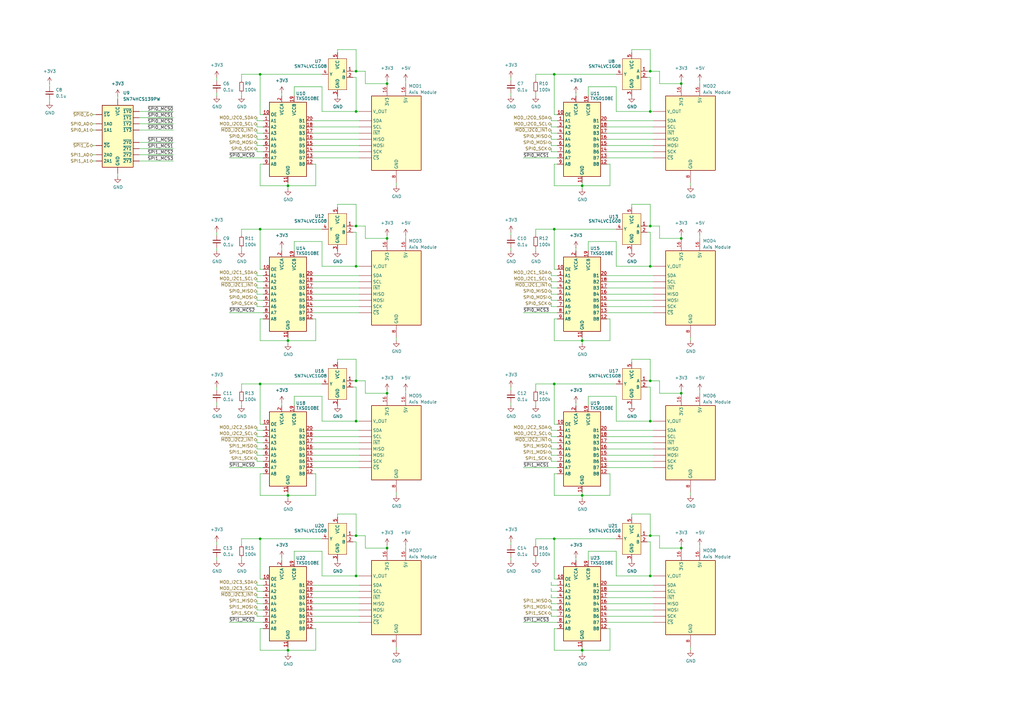
<source format=kicad_sch>
(kicad_sch (version 20231120) (generator "eeschema") (generator_version "8.0")
  (paper "A3")
  (junction (at 266.7 156.21))
  (junction (at 158.75 34.29))
  (junction (at 266.7 45.72))
  (junction (at 146.05 172.72))
  (junction (at 266.7 172.72))
  (junction (at 106.68 220.98))
  (junction (at 158.75 224.79))
  (junction (at 238.76 76.2))
  (junction (at 279.4 97.79))
  (junction (at 158.75 161.29))
  (junction (at 146.05 156.21))
  (junction (at 279.4 34.29))
  (junction (at 266.7 92.71))
  (junction (at 146.05 29.21))
  (junction (at 146.05 92.71))
  (junction (at 266.7 236.22))
  (junction (at 279.4 224.79))
  (junction (at 146.05 109.22))
  (junction (at 118.11 203.2))
  (junction (at 106.68 93.98))
  (junction (at 266.7 109.22))
  (junction (at 238.76 139.7))
  (junction (at 118.11 139.7))
  (junction (at 146.05 236.22))
  (junction (at 146.05 219.71))
  (junction (at 227.33 93.98))
  (junction (at 227.33 220.98))
  (junction (at 279.4 161.29))
  (junction (at 146.05 45.72))
  (junction (at 106.68 30.48))
  (junction (at 266.7 29.21))
  (junction (at 238.76 203.2))
  (junction (at 106.68 157.48))
  (junction (at 238.76 266.7))
  (junction (at 227.33 30.48))
  (junction (at 158.75 97.79))
  (junction (at 227.33 157.48))
  (junction (at 266.7 219.71))
  (junction (at 118.11 76.2))
  (junction (at 118.11 266.7))
  (wire (pts (xy 128.27 57.15) (xy 147.32 57.15)))
  (wire (pts (xy 129.54 130.81) (xy 129.54 139.7)))
  (wire (pts (xy 250.19 76.2) (xy 238.76 76.2)))
  (wire (pts (xy 105.41 48.26) (xy 105.41 49.53)))
  (wire (pts (xy 129.54 257.81) (xy 129.54 266.7)))
  (wire (pts (xy 266.7 83.82) (xy 266.7 92.71)))
  (wire (pts (xy 128.27 247.65) (xy 147.32 247.65)))
  (wire (pts (xy 106.68 67.31) (xy 106.68 76.2)))
  (wire (pts (xy 132.08 172.72) (xy 146.05 172.72)))
  (wire (pts (xy 128.27 52.07) (xy 147.32 52.07)))
  (wire (pts (xy 146.05 222.25) (xy 144.78 222.25)))
  (wire (pts (xy 209.55 38.1) (xy 209.55 39.37)))
  (wire (pts (xy 248.92 250.19) (xy 267.97 250.19)))
  (wire (pts (xy 226.06 250.19) (xy 228.6 250.19)))
  (wire (pts (xy 250.19 67.31) (xy 250.19 76.2)))
  (wire (pts (xy 120.65 35.56) (xy 132.08 35.56)))
  (wire (pts (xy 146.05 20.32) (xy 146.05 29.21)))
  (wire (pts (xy 209.55 31.75) (xy 209.55 33.02)))
  (wire (pts (xy 226.06 175.26) (xy 226.06 176.53)))
  (wire (pts (xy 266.7 236.22) (xy 266.7 222.25)))
  (wire (pts (xy 99.06 220.98) (xy 106.68 220.98)))
  (wire (pts (xy 120.65 162.56) (xy 132.08 162.56)))
  (wire (pts (xy 105.41 49.53) (xy 107.95 49.53)))
  (wire (pts (xy 214.63 191.77) (xy 228.6 191.77)))
  (wire (pts (xy 106.68 130.81) (xy 107.95 130.81)))
  (wire (pts (xy 226.06 116.84) (xy 226.06 118.11)))
  (wire (pts (xy 20.32 40.64) (xy 20.32 41.91)))
  (wire (pts (xy 266.7 109.22) (xy 266.7 95.25)))
  (wire (pts (xy 226.06 187.96) (xy 226.06 189.23)))
  (wire (pts (xy 106.68 194.31) (xy 107.95 194.31)))
  (wire (pts (xy 106.68 93.98) (xy 132.08 93.98)))
  (wire (pts (xy 209.55 228.6) (xy 209.55 229.87)))
  (wire (pts (xy 228.6 173.99) (xy 227.33 173.99)))
  (wire (pts (xy 105.41 57.15) (xy 107.95 57.15)))
  (wire (pts (xy 105.41 119.38) (xy 105.41 120.65)))
  (wire (pts (xy 106.68 76.2) (xy 118.11 76.2)))
  (wire (pts (xy 259.08 83.82) (xy 266.7 83.82)))
  (wire (pts (xy 105.41 243.84) (xy 105.41 245.11)))
  (wire (pts (xy 279.4 97.79) (xy 270.51 97.79)))
  (wire (pts (xy 129.54 67.31) (xy 129.54 76.2)))
  (wire (pts (xy 146.05 31.75) (xy 144.78 31.75)))
  (wire (pts (xy 162.56 74.93) (xy 162.56 76.2)))
  (wire (pts (xy 226.06 252.73) (xy 228.6 252.73)))
  (wire (pts (xy 226.06 119.38) (xy 226.06 120.65)))
  (wire (pts (xy 128.27 186.69) (xy 147.32 186.69)))
  (wire (pts (xy 248.92 189.23) (xy 267.97 189.23)))
  (wire (pts (xy 241.3 162.56) (xy 241.3 166.37)))
  (wire (pts (xy 158.75 34.29) (xy 149.86 34.29)))
  (wire (pts (xy 226.06 240.03) (xy 228.6 240.03)))
  (wire (pts (xy 106.68 46.99) (xy 106.68 30.48)))
  (wire (pts (xy 259.08 210.82) (xy 266.7 210.82)))
  (wire (pts (xy 105.41 114.3) (xy 105.41 115.57)))
  (wire (pts (xy 250.19 139.7) (xy 238.76 139.7)))
  (wire (pts (xy 132.08 45.72) (xy 146.05 45.72)))
  (wire (pts (xy 227.33 76.2) (xy 238.76 76.2)))
  (wire (pts (xy 128.27 125.73) (xy 147.32 125.73)))
  (wire (pts (xy 226.06 118.11) (xy 228.6 118.11)))
  (wire (pts (xy 144.78 92.71) (xy 146.05 92.71)))
  (wire (pts (xy 241.3 99.06) (xy 252.73 99.06)))
  (wire (pts (xy 279.4 224.79) (xy 270.51 224.79)))
  (wire (pts (xy 138.43 210.82) (xy 146.05 210.82)))
  (wire (pts (xy 248.92 123.19) (xy 267.97 123.19)))
  (wire (pts (xy 219.71 33.02) (xy 219.71 30.48)))
  (wire (pts (xy 226.06 55.88) (xy 226.06 57.15)))
  (wire (pts (xy 219.71 30.48) (xy 227.33 30.48)))
  (wire (pts (xy 227.33 237.49) (xy 227.33 220.98)))
  (wire (pts (xy 248.92 113.03) (xy 267.97 113.03)))
  (wire (pts (xy 128.27 181.61) (xy 147.32 181.61)))
  (wire (pts (xy 128.27 115.57) (xy 147.32 115.57)))
  (wire (pts (xy 226.06 182.88) (xy 226.06 184.15)))
  (wire (pts (xy 146.05 83.82) (xy 146.05 92.71)))
  (wire (pts (xy 105.41 59.69) (xy 107.95 59.69)))
  (wire (pts (xy 226.06 62.23) (xy 228.6 62.23)))
  (wire (pts (xy 158.75 224.79) (xy 149.86 224.79)))
  (wire (pts (xy 238.76 201.93) (xy 238.76 203.2)))
  (wire (pts (xy 132.08 35.56) (xy 132.08 45.72)))
  (wire (pts (xy 166.37 33.02) (xy 166.37 34.29)))
  (wire (pts (xy 115.57 165.1) (xy 115.57 166.37)))
  (wire (pts (xy 138.43 20.32) (xy 138.43 21.59)))
  (wire (pts (xy 227.33 220.98) (xy 252.73 220.98)))
  (wire (pts (xy 266.7 31.75) (xy 265.43 31.75)))
  (wire (pts (xy 105.41 62.23) (xy 107.95 62.23)))
  (wire (pts (xy 238.76 204.47) (xy 238.76 203.2)))
  (wire (pts (xy 146.05 45.72) (xy 146.05 31.75)))
  (wire (pts (xy 144.78 29.21) (xy 146.05 29.21)))
  (wire (pts (xy 248.92 191.77) (xy 267.97 191.77)))
  (wire (pts (xy 129.54 194.31) (xy 128.27 194.31)))
  (wire (pts (xy 138.43 20.32) (xy 146.05 20.32)))
  (wire (pts (xy 106.68 130.81) (xy 106.68 139.7)))
  (wire (pts (xy 132.08 226.06) (xy 132.08 236.22)))
  (wire (pts (xy 158.75 161.29) (xy 149.86 161.29)))
  (wire (pts (xy 99.06 166.37) (xy 99.06 165.1)))
  (wire (pts (xy 105.41 186.69) (xy 107.95 186.69)))
  (wire (pts (xy 265.43 156.21) (xy 266.7 156.21)))
  (wire (pts (xy 128.27 245.11) (xy 147.32 245.11)))
  (wire (pts (xy 266.7 222.25) (xy 265.43 222.25)))
  (wire (pts (xy 226.06 114.3) (xy 226.06 115.57)))
  (wire (pts (xy 227.33 130.81) (xy 227.33 139.7)))
  (wire (pts (xy 93.98 128.27) (xy 107.95 128.27)))
  (wire (pts (xy 105.41 246.38) (xy 105.41 247.65)))
  (wire (pts (xy 129.54 139.7) (xy 118.11 139.7)))
  (wire (pts (xy 259.08 210.82) (xy 259.08 212.09)))
  (wire (pts (xy 266.7 219.71) (xy 270.51 219.71)))
  (wire (pts (xy 105.41 54.61) (xy 107.95 54.61)))
  (wire (pts (xy 93.98 64.77) (xy 107.95 64.77)))
  (wire (pts (xy 118.11 77.47) (xy 118.11 76.2)))
  (wire (pts (xy 259.08 20.32) (xy 259.08 21.59)))
  (wire (pts (xy 105.41 187.96) (xy 105.41 189.23)))
  (wire (pts (xy 132.08 99.06) (xy 132.08 109.22)))
  (wire (pts (xy 226.06 49.53) (xy 228.6 49.53)))
  (wire (pts (xy 219.71 93.98) (xy 227.33 93.98)))
  (wire (pts (xy 57.15 66.04) (xy 71.12 66.04)))
  (wire (pts (xy 226.06 189.23) (xy 228.6 189.23)))
  (wire (pts (xy 266.7 158.75) (xy 265.43 158.75)))
  (wire (pts (xy 106.68 194.31) (xy 106.68 203.2)))
  (wire (pts (xy 99.06 229.87) (xy 99.06 228.6)))
  (wire (pts (xy 228.6 237.49) (xy 227.33 237.49)))
  (wire (pts (xy 219.71 166.37) (xy 219.71 165.1)))
  (wire (pts (xy 227.33 257.81) (xy 227.33 266.7)))
  (wire (pts (xy 238.76 74.93) (xy 238.76 76.2)))
  (wire (pts (xy 248.92 176.53) (xy 267.97 176.53)))
  (wire (pts (xy 105.41 179.07) (xy 107.95 179.07)))
  (wire (pts (xy 227.33 110.49) (xy 227.33 93.98)))
  (wire (pts (xy 128.27 49.53) (xy 147.32 49.53)))
  (wire (pts (xy 226.06 243.84) (xy 226.06 245.11)))
  (wire (pts (xy 226.06 247.65) (xy 228.6 247.65)))
  (wire (pts (xy 209.55 95.25) (xy 209.55 96.52)))
  (wire (pts (xy 226.06 184.15) (xy 228.6 184.15)))
  (wire (pts (xy 158.75 34.29) (xy 158.75 33.02)))
  (wire (pts (xy 105.41 240.03) (xy 107.95 240.03)))
  (wire (pts (xy 241.3 35.56) (xy 252.73 35.56)))
  (wire (pts (xy 128.27 128.27) (xy 147.32 128.27)))
  (wire (pts (xy 99.06 96.52) (xy 99.06 93.98)))
  (wire (pts (xy 248.92 118.11) (xy 267.97 118.11)))
  (wire (pts (xy 38.1 66.04) (xy 39.37 66.04)))
  (wire (pts (xy 226.06 238.76) (xy 226.06 240.03)))
  (wire (pts (xy 99.06 157.48) (xy 106.68 157.48)))
  (wire (pts (xy 129.54 257.81) (xy 128.27 257.81)))
  (wire (pts (xy 236.22 228.6) (xy 236.22 229.87)))
  (wire (pts (xy 147.32 236.22) (xy 146.05 236.22)))
  (wire (pts (xy 115.57 101.6) (xy 115.57 102.87)))
  (wire (pts (xy 128.27 62.23) (xy 147.32 62.23)))
  (wire (pts (xy 238.76 140.97) (xy 238.76 139.7)))
  (wire (pts (xy 146.05 109.22) (xy 146.05 95.25)))
  (wire (pts (xy 226.06 176.53) (xy 228.6 176.53)))
  (wire (pts (xy 118.11 267.97) (xy 118.11 266.7)))
  (wire (pts (xy 266.7 20.32) (xy 266.7 29.21)))
  (wire (pts (xy 105.41 180.34) (xy 105.41 181.61)))
  (wire (pts (xy 219.71 220.98) (xy 227.33 220.98)))
  (wire (pts (xy 226.06 179.07) (xy 228.6 179.07)))
  (wire (pts (xy 226.06 185.42) (xy 226.06 186.69)))
  (wire (pts (xy 144.78 156.21) (xy 146.05 156.21)))
  (wire (pts (xy 248.92 128.27) (xy 267.97 128.27)))
  (wire (pts (xy 105.41 247.65) (xy 107.95 247.65)))
  (wire (pts (xy 162.56 265.43) (xy 162.56 266.7)))
  (wire (pts (xy 226.06 52.07) (xy 228.6 52.07)))
  (wire (pts (xy 107.95 110.49) (xy 106.68 110.49)))
  (wire (pts (xy 128.27 59.69) (xy 147.32 59.69)))
  (wire (pts (xy 88.9 228.6) (xy 88.9 229.87)))
  (wire (pts (xy 250.19 194.31) (xy 248.92 194.31)))
  (wire (pts (xy 287.02 96.52) (xy 287.02 97.79)))
  (wire (pts (xy 227.33 266.7) (xy 238.76 266.7)))
  (wire (pts (xy 228.6 110.49) (xy 227.33 110.49)))
  (wire (pts (xy 219.71 157.48) (xy 227.33 157.48)))
  (wire (pts (xy 219.71 223.52) (xy 219.71 220.98)))
  (wire (pts (xy 57.15 53.34) (xy 71.12 53.34)))
  (wire (pts (xy 88.9 222.25) (xy 88.9 223.52)))
  (wire (pts (xy 105.41 124.46) (xy 105.41 125.73)))
  (wire (pts (xy 250.19 67.31) (xy 248.92 67.31)))
  (wire (pts (xy 105.41 185.42) (xy 105.41 186.69)))
  (wire (pts (xy 265.43 29.21) (xy 266.7 29.21)))
  (wire (pts (xy 105.41 242.57) (xy 107.95 242.57)))
  (wire (pts (xy 227.33 67.31) (xy 227.33 76.2)))
  (wire (pts (xy 149.86 97.79) (xy 149.86 92.71)))
  (wire (pts (xy 227.33 67.31) (xy 228.6 67.31)))
  (wire (pts (xy 129.54 76.2) (xy 118.11 76.2)))
  (wire (pts (xy 252.73 236.22) (xy 266.7 236.22)))
  (wire (pts (xy 226.06 241.3) (xy 226.06 242.57)))
  (wire (pts (xy 236.22 38.1) (xy 236.22 39.37)))
  (wire (pts (xy 105.41 250.19) (xy 107.95 250.19)))
  (wire (pts (xy 226.06 59.69) (xy 228.6 59.69)))
  (wire (pts (xy 248.92 240.03) (xy 267.97 240.03)))
  (wire (pts (xy 266.7 95.25) (xy 265.43 95.25)))
  (wire (pts (xy 38.1 59.69) (xy 39.37 59.69)))
  (wire (pts (xy 248.92 125.73) (xy 267.97 125.73)))
  (wire (pts (xy 129.54 266.7) (xy 118.11 266.7)))
  (wire (pts (xy 128.27 113.03) (xy 147.32 113.03)))
  (wire (pts (xy 132.08 109.22) (xy 146.05 109.22)))
  (wire (pts (xy 238.76 265.43) (xy 238.76 266.7)))
  (wire (pts (xy 252.73 35.56) (xy 252.73 45.72)))
  (wire (pts (xy 146.05 172.72) (xy 146.05 158.75)))
  (wire (pts (xy 226.06 115.57) (xy 228.6 115.57)))
  (wire (pts (xy 105.41 113.03) (xy 107.95 113.03)))
  (wire (pts (xy 138.43 210.82) (xy 138.43 212.09)))
  (wire (pts (xy 93.98 191.77) (xy 107.95 191.77)))
  (wire (pts (xy 38.1 53.34) (xy 39.37 53.34)))
  (wire (pts (xy 146.05 236.22) (xy 146.05 222.25)))
  (wire (pts (xy 99.06 30.48) (xy 106.68 30.48)))
  (wire (pts (xy 248.92 52.07) (xy 267.97 52.07)))
  (wire (pts (xy 252.73 109.22) (xy 266.7 109.22)))
  (wire (pts (xy 147.32 109.22) (xy 146.05 109.22)))
  (wire (pts (xy 252.73 99.06) (xy 252.73 109.22)))
  (wire (pts (xy 115.57 228.6) (xy 115.57 229.87)))
  (wire (pts (xy 105.41 252.73) (xy 107.95 252.73)))
  (wire (pts (xy 105.41 58.42) (xy 105.41 59.69)))
  (wire (pts (xy 149.86 161.29) (xy 149.86 156.21)))
  (wire (pts (xy 38.1 63.5) (xy 39.37 63.5)))
  (wire (pts (xy 105.41 60.96) (xy 105.41 62.23)))
  (wire (pts (xy 146.05 95.25) (xy 144.78 95.25)))
  (wire (pts (xy 106.68 157.48) (xy 132.08 157.48)))
  (wire (pts (xy 105.41 120.65) (xy 107.95 120.65)))
  (wire (pts (xy 248.92 49.53) (xy 267.97 49.53)))
  (wire (pts (xy 283.21 74.93) (xy 283.21 76.2)))
  (wire (pts (xy 128.27 255.27) (xy 147.32 255.27)))
  (wire (pts (xy 252.73 45.72) (xy 266.7 45.72)))
  (wire (pts (xy 146.05 29.21) (xy 149.86 29.21)))
  (wire (pts (xy 105.41 189.23) (xy 107.95 189.23)))
  (wire (pts (xy 105.41 125.73) (xy 107.95 125.73)))
  (wire (pts (xy 279.4 161.29) (xy 270.51 161.29)))
  (wire (pts (xy 106.68 220.98) (xy 132.08 220.98)))
  (wire (pts (xy 57.15 50.8) (xy 71.12 50.8)))
  (wire (pts (xy 227.33 157.48) (xy 252.73 157.48)))
  (wire (pts (xy 106.68 266.7) (xy 118.11 266.7)))
  (wire (pts (xy 226.06 121.92) (xy 226.06 123.19)))
  (wire (pts (xy 158.75 161.29) (xy 158.75 160.02)))
  (wire (pts (xy 158.75 97.79) (xy 149.86 97.79)))
  (wire (pts (xy 88.9 95.25) (xy 88.9 96.52)))
  (wire (pts (xy 241.3 226.06) (xy 241.3 229.87)))
  (wire (pts (xy 128.27 120.65) (xy 147.32 120.65)))
  (wire (pts (xy 227.33 93.98) (xy 252.73 93.98)))
  (wire (pts (xy 106.68 110.49) (xy 106.68 93.98)))
  (wire (pts (xy 267.97 172.72) (xy 266.7 172.72)))
  (wire (pts (xy 270.51 34.29) (xy 270.51 29.21)))
  (wire (pts (xy 162.56 138.43) (xy 162.56 139.7)))
  (wire (pts (xy 209.55 222.25) (xy 209.55 223.52)))
  (wire (pts (xy 166.37 160.02) (xy 166.37 161.29)))
  (wire (pts (xy 248.92 255.27) (xy 267.97 255.27)))
  (wire (pts (xy 38.1 50.8) (xy 39.37 50.8)))
  (wire (pts (xy 227.33 139.7) (xy 238.76 139.7)))
  (wire (pts (xy 226.06 120.65) (xy 228.6 120.65)))
  (wire (pts (xy 158.75 97.79) (xy 158.75 96.52)))
  (wire (pts (xy 226.06 111.76) (xy 226.06 113.03)))
  (wire (pts (xy 219.71 160.02) (xy 219.71 157.48)))
  (wire (pts (xy 283.21 201.93) (xy 283.21 203.2)))
  (wire (pts (xy 118.11 140.97) (xy 118.11 139.7)))
  (wire (pts (xy 118.11 138.43) (xy 118.11 139.7)))
  (wire (pts (xy 248.92 115.57) (xy 267.97 115.57)))
  (wire (pts (xy 132.08 236.22) (xy 146.05 236.22)))
  (wire (pts (xy 105.41 50.8) (xy 105.41 52.07)))
  (wire (pts (xy 106.68 257.81) (xy 107.95 257.81)))
  (wire (pts (xy 214.63 64.77) (xy 228.6 64.77)))
  (wire (pts (xy 129.54 130.81) (xy 128.27 130.81)))
  (wire (pts (xy 265.43 92.71) (xy 266.7 92.71)))
  (wire (pts (xy 93.98 255.27) (xy 107.95 255.27)))
  (wire (pts (xy 120.65 99.06) (xy 132.08 99.06)))
  (wire (pts (xy 88.9 38.1) (xy 88.9 39.37)))
  (wire (pts (xy 115.57 38.1) (xy 115.57 39.37)))
  (wire (pts (xy 88.9 31.75) (xy 88.9 33.02)))
  (wire (pts (xy 287.02 33.02) (xy 287.02 34.29)))
  (wire (pts (xy 99.06 39.37) (xy 99.06 38.1)))
  (wire (pts (xy 106.68 203.2) (xy 118.11 203.2)))
  (wire (pts (xy 99.06 160.02) (xy 99.06 157.48)))
  (wire (pts (xy 118.11 201.93) (xy 118.11 203.2)))
  (wire (pts (xy 279.4 34.29) (xy 279.4 33.02)))
  (wire (pts (xy 287.02 223.52) (xy 287.02 224.79)))
  (wire (pts (xy 129.54 203.2) (xy 118.11 203.2)))
  (wire (pts (xy 120.65 99.06) (xy 120.65 102.87)))
  (wire (pts (xy 129.54 194.31) (xy 129.54 203.2)))
  (wire (pts (xy 259.08 20.32) (xy 266.7 20.32)))
  (wire (pts (xy 105.41 52.07) (xy 107.95 52.07)))
  (wire (pts (xy 236.22 101.6) (xy 236.22 102.87)))
  (wire (pts (xy 105.41 175.26) (xy 105.41 176.53)))
  (wire (pts (xy 128.27 64.77) (xy 147.32 64.77)))
  (wire (pts (xy 270.51 224.79) (xy 270.51 219.71)))
  (wire (pts (xy 238.76 138.43) (xy 238.76 139.7)))
  (wire (pts (xy 226.06 124.46) (xy 226.06 125.73)))
  (wire (pts (xy 226.06 123.19) (xy 228.6 123.19)))
  (wire (pts (xy 118.11 204.47) (xy 118.11 203.2)))
  (wire (pts (xy 241.3 35.56) (xy 241.3 39.37)))
  (wire (pts (xy 252.73 172.72) (xy 266.7 172.72)))
  (wire (pts (xy 105.41 245.11) (xy 107.95 245.11)))
  (wire (pts (xy 149.86 224.79) (xy 149.86 219.71)))
  (wire (pts (xy 259.08 147.32) (xy 266.7 147.32)))
  (wire (pts (xy 266.7 29.21) (xy 270.51 29.21)))
  (wire (pts (xy 267.97 236.22) (xy 266.7 236.22)))
  (wire (pts (xy 57.15 48.26) (xy 71.12 48.26)))
  (wire (pts (xy 132.08 162.56) (xy 132.08 172.72)))
  (wire (pts (xy 266.7 147.32) (xy 266.7 156.21)))
  (wire (pts (xy 146.05 92.71) (xy 149.86 92.71)))
  (wire (pts (xy 118.11 74.93) (xy 118.11 76.2)))
  (wire (pts (xy 270.51 97.79) (xy 270.51 92.71)))
  (wire (pts (xy 209.55 101.6) (xy 209.55 102.87)))
  (wire (pts (xy 128.27 240.03) (xy 147.32 240.03)))
  (wire (pts (xy 226.06 242.57) (xy 228.6 242.57)))
  (wire (pts (xy 120.65 226.06) (xy 132.08 226.06)))
  (wire (pts (xy 162.56 201.93) (xy 162.56 203.2)))
  (wire (pts (xy 279.4 161.29) (xy 279.4 160.02)))
  (wire (pts (xy 259.08 83.82) (xy 259.08 85.09)))
  (wire (pts (xy 267.97 45.72) (xy 266.7 45.72)))
  (wire (pts (xy 105.41 241.3) (xy 105.41 242.57)))
  (wire (pts (xy 129.54 67.31) (xy 128.27 67.31)))
  (wire (pts (xy 250.19 130.81) (xy 250.19 139.7)))
  (wire (pts (xy 138.43 147.32) (xy 138.43 148.59)))
  (wire (pts (xy 214.63 255.27) (xy 228.6 255.27)))
  (wire (pts (xy 20.32 34.29) (xy 20.32 35.56)))
  (wire (pts (xy 248.92 245.11) (xy 267.97 245.11)))
  (wire (pts (xy 227.33 257.81) (xy 228.6 257.81)))
  (wire (pts (xy 38.1 46.99) (xy 39.37 46.99)))
  (wire (pts (xy 226.06 125.73) (xy 228.6 125.73)))
  (wire (pts (xy 266.7 45.72) (xy 266.7 31.75)))
  (wire (pts (xy 227.33 30.48) (xy 252.73 30.48)))
  (wire (pts (xy 226.06 57.15) (xy 228.6 57.15)))
  (wire (pts (xy 250.19 203.2) (xy 238.76 203.2)))
  (wire (pts (xy 105.41 55.88) (xy 105.41 57.15)))
  (wire (pts (xy 250.19 194.31) (xy 250.19 203.2)))
  (wire (pts (xy 219.71 39.37) (xy 219.71 38.1)))
  (wire (pts (xy 266.7 92.71) (xy 270.51 92.71)))
  (wire (pts (xy 226.06 58.42) (xy 226.06 59.69)))
  (wire (pts (xy 226.06 251.46) (xy 226.06 252.73)))
  (wire (pts (xy 236.22 165.1) (xy 236.22 166.37)))
  (wire (pts (xy 248.92 252.73) (xy 267.97 252.73)))
  (wire (pts (xy 107.95 46.99) (xy 106.68 46.99)))
  (wire (pts (xy 266.7 156.21) (xy 270.51 156.21)))
  (wire (pts (xy 226.06 113.03) (xy 228.6 113.03)))
  (wire (pts (xy 226.06 181.61) (xy 228.6 181.61)))
  (wire (pts (xy 146.05 158.75) (xy 144.78 158.75)))
  (wire (pts (xy 128.27 189.23) (xy 147.32 189.23)))
  (wire (pts (xy 48.26 71.12) (xy 48.26 72.39)))
  (wire (pts (xy 105.41 118.11) (xy 107.95 118.11)))
  (wire (pts (xy 226.06 50.8) (xy 226.06 52.07)))
  (wire (pts (xy 57.15 63.5) (xy 71.12 63.5)))
  (wire (pts (xy 106.68 257.81) (xy 106.68 266.7)))
  (wire (pts (xy 144.78 219.71) (xy 146.05 219.71)))
  (wire (pts (xy 267.97 109.22) (xy 266.7 109.22)))
  (wire (pts (xy 248.92 54.61) (xy 267.97 54.61)))
  (wire (pts (xy 226.06 186.69) (xy 228.6 186.69)))
  (wire (pts (xy 128.27 250.19) (xy 147.32 250.19)))
  (wire (pts (xy 226.06 53.34) (xy 226.06 54.61)))
  (wire (pts (xy 146.05 219.71) (xy 149.86 219.71)))
  (wire (pts (xy 138.43 83.82) (xy 146.05 83.82)))
  (wire (pts (xy 209.55 165.1) (xy 209.55 166.37)))
  (wire (pts (xy 128.27 54.61) (xy 147.32 54.61)))
  (wire (pts (xy 270.51 161.29) (xy 270.51 156.21)))
  (wire (pts (xy 99.06 33.02) (xy 99.06 30.48)))
  (wire (pts (xy 105.41 121.92) (xy 105.41 123.19)))
  (wire (pts (xy 99.06 93.98) (xy 106.68 93.98)))
  (wire (pts (xy 105.41 181.61) (xy 107.95 181.61)))
  (wire (pts (xy 287.02 160.02) (xy 287.02 161.29)))
  (wire (pts (xy 107.95 173.99) (xy 106.68 173.99)))
  (wire (pts (xy 248.92 57.15) (xy 267.97 57.15)))
  (wire (pts (xy 219.71 96.52) (xy 219.71 93.98)))
  (wire (pts (xy 248.92 184.15) (xy 267.97 184.15)))
  (wire (pts (xy 279.4 97.79) (xy 279.4 96.52)))
  (wire (pts (xy 88.9 158.75) (xy 88.9 160.02)))
  (wire (pts (xy 241.3 99.06) (xy 241.3 102.87)))
  (wire (pts (xy 248.92 247.65) (xy 267.97 247.65)))
  (wire (pts (xy 266.7 172.72) (xy 266.7 158.75)))
  (wire (pts (xy 147.32 45.72) (xy 146.05 45.72)))
  (wire (pts (xy 128.27 118.11) (xy 147.32 118.11)))
  (wire (pts (xy 227.33 130.81) (xy 228.6 130.81)))
  (wire (pts (xy 252.73 226.06) (xy 252.73 236.22)))
  (wire (pts (xy 166.37 223.52) (xy 166.37 224.79)))
  (wire (pts (xy 248.92 120.65) (xy 267.97 120.65)))
  (wire (pts (xy 219.71 229.87) (xy 219.71 228.6)))
  (wire (pts (xy 105.41 238.76) (xy 105.41 240.03)))
  (wire (pts (xy 105.41 182.88) (xy 105.41 184.15)))
  (wire (pts (xy 250.19 257.81) (xy 250.19 266.7)))
  (wire (pts (xy 158.75 224.79) (xy 158.75 223.52)))
  (wire (pts (xy 226.06 248.92) (xy 226.06 250.19)))
  (wire (pts (xy 146.05 147.32) (xy 146.05 156.21)))
  (wire (pts (xy 57.15 45.72) (xy 71.12 45.72)))
  (wire (pts (xy 105.41 248.92) (xy 105.41 250.19)))
  (wire (pts (xy 227.33 173.99) (xy 227.33 157.48)))
  (wire (pts (xy 227.33 194.31) (xy 227.33 203.2)))
  (wire (pts (xy 120.65 226.06) (xy 120.65 229.87)))
  (wire (pts (xy 120.65 35.56) (xy 120.65 39.37)))
  (wire (pts (xy 250.19 266.7) (xy 238.76 266.7)))
  (wire (pts (xy 228.6 46.99) (xy 227.33 46.99)))
  (wire (pts (xy 106.68 30.48) (xy 132.08 30.48)))
  (wire (pts (xy 226.06 246.38) (xy 226.06 247.65)))
  (wire (pts (xy 105.41 184.15) (xy 107.95 184.15)))
  (wire (pts (xy 149.86 34.29) (xy 149.86 29.21)))
  (wire (pts (xy 107.95 237.49) (xy 106.68 237.49)))
  (wire (pts (xy 146.05 210.82) (xy 146.05 219.71)))
  (wire (pts (xy 283.21 138.43) (xy 283.21 139.7)))
  (wire (pts (xy 105.41 116.84) (xy 105.41 118.11)))
  (wire (pts (xy 238.76 77.47) (xy 238.76 76.2)))
  (wire (pts (xy 226.06 54.61) (xy 228.6 54.61)))
  (wire (pts (xy 106.68 173.99) (xy 106.68 157.48)))
  (wire (pts (xy 88.9 101.6) (xy 88.9 102.87)))
  (wire (pts (xy 226.06 60.96) (xy 226.06 62.23)))
  (wire (pts (xy 250.19 257.81) (xy 248.92 257.81)))
  (wire (pts (xy 214.63 128.27) (xy 228.6 128.27)))
  (wire (pts (xy 279.4 224.79) (xy 279.4 223.52)))
  (wire (pts (xy 138.43 83.82) (xy 138.43 85.09)))
  (wire (pts (xy 227.33 194.31) (xy 228.6 194.31)))
  (wire (pts (xy 226.06 48.26) (xy 226.06 49.53)))
  (wire (pts (xy 57.15 60.96) (xy 71.12 60.96)))
  (wire (pts (xy 248.92 59.69) (xy 267.97 59.69)))
  (wire (pts (xy 248.92 62.23) (xy 267.97 62.23)))
  (wire (pts (xy 238.76 267.97) (xy 238.76 266.7)))
  (wire (pts (xy 88.9 165.1) (xy 88.9 166.37)))
  (wire (pts (xy 248.92 242.57) (xy 267.97 242.57)))
  (wire (pts (xy 279.4 34.29) (xy 270.51 34.29)))
  (wire (pts (xy 259.08 147.32) (xy 259.08 148.59)))
  (wire (pts (xy 128.27 252.73) (xy 147.32 252.73)))
  (wire (pts (xy 226.06 180.34) (xy 226.06 181.61)))
  (wire (pts (xy 128.27 123.19) (xy 147.32 123.19)))
  (wire (pts (xy 105.41 115.57) (xy 107.95 115.57)))
  (wire (pts (xy 248.92 186.69) (xy 267.97 186.69)))
  (wire (pts (xy 227.33 46.99) (xy 227.33 30.48)))
  (wire (pts (xy 241.3 162.56) (xy 252.73 162.56)))
  (wire (pts (xy 227.33 203.2) (xy 238.76 203.2)))
  (wire (pts (xy 241.3 226.06) (xy 252.73 226.06)))
  (wire (pts (xy 128.27 179.07) (xy 147.32 179.07)))
  (wire (pts (xy 209.55 158.75) (xy 209.55 160.02)))
  (wire (pts (xy 128.27 191.77) (xy 147.32 191.77)))
  (wire (pts (xy 226.06 177.8) (xy 226.06 179.07)))
  (wire (pts (xy 118.11 265.43) (xy 118.11 266.7)))
  (wire (pts (xy 106.68 139.7) (xy 118.11 139.7)))
  (wire (pts (xy 106.68 237.49) (xy 106.68 220.98)))
  (wire (pts (xy 266.7 210.82) (xy 266.7 219.71)))
  (wire (pts (xy 128.27 176.53) (xy 147.32 176.53)))
  (wire (pts (xy 120.65 162.56) (xy 120.65 166.37)))
  (wire (pts (xy 248.92 181.61) (xy 267.97 181.61)))
  (wire (pts (xy 226.06 245.11) (xy 228.6 245.11)))
  (wire (pts (xy 166.37 96.52) (xy 166.37 97.79)))
  (wire (pts (xy 248.92 64.77) (xy 267.97 64.77)))
  (wire (pts (xy 105.41 53.34) (xy 105.41 54.61)))
  (wire (pts (xy 283.21 265.43) (xy 283.21 266.7)))
  (wire (pts (xy 99.06 102.87) (xy 99.06 101.6)))
  (wire (pts (xy 219.71 102.87) (xy 219.71 101.6)))
  (wire (pts (xy 105.41 123.19) (xy 107.95 123.19)))
  (wire (pts (xy 106.68 67.31) (xy 107.95 67.31)))
  (wire (pts (xy 105.41 177.8) (xy 105.41 179.07)))
  (wire (pts (xy 57.15 58.42) (xy 71.12 58.42)))
  (wire (pts (xy 147.32 172.72) (xy 146.05 172.72)))
  (wire (pts (xy 105.41 111.76) (xy 105.41 113.03)))
  (wire (pts (xy 248.92 179.07) (xy 267.97 179.07)))
  (wire (pts (xy 48.26 39.37) (xy 48.26 40.64)))
  (wire (pts (xy 105.41 251.46) (xy 105.41 252.73)))
  (wire (pts (xy 128.27 242.57) (xy 147.32 242.57)))
  (wire (pts (xy 105.41 176.53) (xy 107.95 176.53)))
  (wire (pts (xy 99.06 223.52) (xy 99.06 220.98)))
  (wire (pts (xy 128.27 184.15) (xy 147.32 184.15)))
  (wire (pts (xy 250.19 130.81) (xy 248.92 130.81)))
  (wire (pts (xy 138.43 147.32) (xy 146.05 147.32)))
  (wire (pts (xy 265.43 219.71) (xy 266.7 219.71)))
  (wire (pts (xy 252.73 162.56) (xy 252.73 172.72)))
  (wire (pts (xy 146.05 156.21) (xy 149.86 156.21)))
  (label "~{SPI1_MCS2}" (at 71.12 63.5 180))
  (label "~{SPI0_MCS3}" (at 214.63 128.27 0))
  (label "~{SPI0_MCS1}" (at 214.63 64.77 0))
  (label "~{SPI1_MCS0}" (at 93.98 191.77 0))
  (label "~{SPI0_MCS3}" (at 71.12 53.34 180))
  (label "~{SPI1_MCS2}" (at 93.98 255.27 0))
  (label "~{SPI0_MCS0}" (at 71.12 45.72 180))
  (label "~{SPI0_MCS0}" (at 93.98 64.77 0))
  (label "~{SPI0_MCS2}" (at 93.98 128.27 0))
  (label "~{SPI0_MCS2}" (at 71.12 50.8 180))
  (label "~{SPI1_MCS1}" (at 71.12 60.96 180))
  (label "~{SPI1_MCS1}" (at 214.63 191.77 0))
  (label "~{SPI1_MCS3}" (at 214.63 255.27 0))
  (label "~{SPI1_MCS0}" (at 71.12 58.42 180))
  (label "~{SPI1_MCS3}" (at 71.12 66.04 180))
  (label "~{SPI0_MCS1}" (at 71.12 48.26 180))
  (hierarchical_label "~{MOD_I2C2_INT}" (shape bidirectional) (at 226.06 180.34 180))
  (hierarchical_label "~{MOD_I2C1_INT}" (shape bidirectional) (at 226.06 116.84 180))
  (hierarchical_label "MOD_I2C2_SDA" (shape bidirectional) (at 226.06 175.26 180))
  (hierarchical_label "SPI0_MISO" (shape bidirectional) (at 105.41 119.38 180))
  (hierarchical_label "SPI0_MOSI" (shape bidirectional) (at 105.41 121.92 180))
  (hierarchical_label "SPI1_MOSI" (shape bidirectional) (at 226.06 185.42 180))
  (hierarchical_label "MOD_I2C0_SCL" (shape bidirectional) (at 105.41 50.8 180))
  (hierarchical_label "SPI1_A1" (shape bidirectional) (at 38.1 66.04 180))
  (hierarchical_label "SPI0_MOSI" (shape bidirectional) (at 226.06 58.42 180))
  (hierarchical_label "SPI1_A0" (shape bidirectional) (at 38.1 63.5 180))
  (hierarchical_label "SPI0_MISO" (shape bidirectional) (at 226.06 55.88 180))
  (hierarchical_label "SPI0_SCK" (shape bidirectional) (at 105.41 124.46 180))
  (hierarchical_label "MOD_I2C3_SCL" (shape bidirectional) (at 105.41 241.3 180))
  (hierarchical_label "SPI1_MISO" (shape bidirectional) (at 105.41 182.88 180))
  (hierarchical_label "MOD_I2C3_SDA" (shape bidirectional) (at 105.41 238.76 180))
  (hierarchical_label "SPI0_MISO" (shape bidirectional) (at 226.06 119.38 180))
  (hierarchical_label "MOD_I2C2_SDA" (shape bidirectional) (at 105.41 175.26 180))
  (hierarchical_label "SPI1_MOSI" (shape bidirectional) (at 105.41 185.42 180))
  (hierarchical_label "SPI0_MOSI" (shape bidirectional) (at 105.41 58.42 180))
  (hierarchical_label "~{MOD_I2C0_INT}" (shape bidirectional) (at 105.41 53.34 180))
  (hierarchical_label "SPI0_SCK" (shape bidirectional) (at 226.06 124.46 180))
  (hierarchical_label "SPI1_MOSI" (shape bidirectional) (at 226.06 248.92 180))
  (hierarchical_label "SPI0_MOSI" (shape bidirectional) (at 226.06 121.92 180))
  (hierarchical_label "SPI0_A1" (shape bidirectional) (at 38.1 53.34 180))
  (hierarchical_label "SPI1_SCK" (shape bidirectional) (at 226.06 187.96 180))
  (hierarchical_label "MOD_I2C2_SCL" (shape bidirectional) (at 226.06 177.8 180))
  (hierarchical_label "~{MOD_I2C1_INT}" (shape bidirectional) (at 105.41 116.84 180))
  (hierarchical_label "SPI1_SCK" (shape bidirectional) (at 105.41 251.46 180))
  (hierarchical_label "MOD_I2C1_SCL" (shape bidirectional) (at 226.06 114.3 180))
  (hierarchical_label "MOD_I2C0_SDA" (shape bidirectional) (at 226.06 48.26 180))
  (hierarchical_label "~{SPI1_G}" (shape bidirectional) (at 38.1 59.69 180))
  (hierarchical_label "~{SPI0_G}" (shape bidirectional) (at 38.1 46.99 180))
  (hierarchical_label "MOD_I2C0_SDA" (shape bidirectional) (at 105.41 48.26 180))
  (hierarchical_label "SPI1_MISO" (shape bidirectional) (at 105.41 246.38 180))
  (hierarchical_label "SPI0_SCK" (shape bidirectional) (at 226.06 60.96 180))
  (hierarchical_label "~{MOD_I2C2_INT}" (shape bidirectional) (at 105.41 180.34 180))
  (hierarchical_label "MOD_I2C1_SDA" (shape bidirectional) (at 226.06 111.76 180))
  (hierarchical_label "MOD_I2C0_SCL" (shape bidirectional) (at 226.06 50.8 180))
  (hierarchical_label "SPI1_SCK" (shape bidirectional) (at 226.06 251.46 180))
  (hierarchical_label "SPI1_SCK" (shape bidirectional) (at 105.41 187.96 180))
  (hierarchical_label "SPI0_A0" (shape bidirectional) (at 38.1 50.8 180))
  (hierarchical_label "MOD_I2C1_SCL" (shape bidirectional) (at 105.41 114.3 180))
  (hierarchical_label "SPI1_MISO" (shape bidirectional) (at 226.06 182.88 180))
  (hierarchical_label "~{MOD_I2C3_INT}" (shape bidirectional) (at 105.41 243.84 180))
  (hierarchical_label "SPI0_MISO" (shape bidirectional) (at 105.41 55.88 180))
  (hierarchical_label "MOD_I2C2_SCL" (shape bidirectional) (at 105.41 177.8 180))
  (hierarchical_label "MOD_I2C1_SDA" (shape bidirectional) (at 105.41 111.76 180))
  (hierarchical_label "SPI0_SCK" (shape bidirectional) (at 105.41 60.96 180))
  (hierarchical_label "SPI1_MISO" (shape bidirectional) (at 226.06 246.38 180))
  (hierarchical_label "~{MOD_I2C0_INT}" (shape bidirectional) (at 226.06 53.34 180))
  (hierarchical_label "SPI1_MOSI" (shape bidirectional) (at 105.41 248.92 180))
  (symbol (lib_id "power:GND") (at 138.43 166.37 0) (unit 1)
    (property "Reference" "#PWR0227" (effects (hide yes)))
    (property "Value" "GND" (at 138.557 170.7642 0))
  )
  (symbol (lib_id "Project_Library:SN74LVC1G08") (at 138.43 157.48 0) (mirror y) (unit 1)
    (property "Reference" "U16" (at 129.032 152.146 0) (effects (justify right)))
    (property "Value" "SN74LVC1G08" (at 120.65 154.178 0) (effects (justify right)))
    (property "Footprint" "Package_TO_SOT_SMD:SOT-23-5" (effects (hide yes)))
    (property "Datasheet" "https://www.ti.com/product/SN74LVC1G08" (effects (hide yes)))
  )
  (symbol (lib_id "Logic_LevelTranslator:TXS0108EPW") (at 118.11 247.65 0) (unit 1)
    (property "Reference" "U22" (at 121.412 228.854 0) (effects (justify left)))
    (property "Value" "TXS0108E" (at 121.412 230.886 0) (effects (justify left)))
    (property "Footprint" "Package_SO:TSSOP-20_4.4x6.5mm_P0.65mm" (effects (hide yes)))
    (property "Datasheet" "www.ti.com/lit/ds/symlink/txs0108e.pdf" (effects (hide yes)))
    (property "Description" "Bidirectional  level-shifting voltage translator, TSSOP-20" (effects (hide yes)))
  )
  (symbol (lib_id "power:+5V") (at 166.37 33.02 0) (unit 1)
    (property "Reference" "#PWR0237" (effects (hide yes)))
    (property "Value" "+5V" (at 166.37 27.94 0))
    (property "Description" "Power symbol creates a global label with name \"+5V\"" (effects (hide yes)))
  )
  (symbol (lib_name "+3V3_1") (lib_id "power:+3V3") (at 48.26 39.37 0) (unit 1)
    (property "Reference" "#PWR0203" (effects (hide yes)))
    (property "Value" "+3V3" (at 48.26 34.29 0))
    (property "Description" "Power symbol creates a global label with name \"+3V3\"" (effects (hide yes)))
  )
  (symbol (lib_name "+3V3_1") (lib_id "power:+3V3") (at 236.22 38.1 0) (unit 1)
    (property "Reference" "#PWR0253" (effects (hide yes)))
    (property "Value" "+3V3" (at 236.22 33.02 0))
    (property "Description" "Power symbol creates a global label with name \"+3V3\"" (effects (hide yes)))
  )
  (symbol (lib_id "Logic_LevelTranslator:TXS0108EPW") (at 238.76 247.65 0) (unit 1)
    (property "Reference" "U23" (at 242.062 228.854 0) (effects (justify left)))
    (property "Value" "TXS0108E" (at 242.062 230.886 0) (effects (justify left)))
    (property "Footprint" "Package_SO:TSSOP-20_4.4x6.5mm_P0.65mm" (effects (hide yes)))
    (property "Datasheet" "www.ti.com/lit/ds/symlink/txs0108e.pdf" (effects (hide yes)))
    (property "Description" "Bidirectional  level-shifting voltage translator, TSSOP-20" (effects (hide yes)))
  )
  (symbol (lib_id "power:GND") (at 209.55 102.87 0) (unit 1)
    (property "Reference" "#PWR0244" (effects (hide yes)))
    (property "Value" "GND" (at 209.677 107.2642 0))
  )
  (symbol (lib_id "Device:C_Small") (at 209.55 99.06 0) (unit 1)
    (property "Reference" "C10" (at 212.09 97.7962 0) (effects (justify left)))
    (property "Value" "0.1u" (at 212.09 100.3362 0) (effects (justify left)))
    (property "Footprint" "Capacitor_SMD:C_0402_1005Metric" (effects (hide yes)))
    (property "Description" "Unpolarized capacitor, small symbol" (effects (hide yes)))
  )
  (symbol (lib_id "power:GND") (at 162.56 266.7 0) (unit 1)
    (property "Reference" "#PWR0236" (effects (hide yes)))
    (property "Value" "GND" (at 162.687 271.0942 0))
  )
  (symbol (lib_id "power:GND") (at 219.71 102.87 0) (unit 1)
    (property "Reference" "#PWR0250" (effects (hide yes)))
    (property "Value" "GND" (at 219.837 107.2642 0))
  )
  (symbol (lib_name "Project_Library:AXISMOD") (lib_id "Project_Library:AXISMOD") (at 283.21 118.11 0) (unit 1)
    (property "Reference" "MOD4" (at 288.29 98.806 0) (effects (justify left)))
    (property "Value" "Axis Module" (at 288.29 101.346 0) (effects (justify left)))
  )
  (symbol (lib_name "Project_Library:AXISMOD") (lib_id "Project_Library:AXISMOD") (at 283.21 245.11 0) (unit 1)
    (property "Reference" "MOD8" (at 288.29 225.806 0) (effects (justify left)))
    (property "Value" "Axis Module" (at 288.29 228.346 0) (effects (justify left)))
  )
  (symbol (lib_id "power:GND") (at 209.55 39.37 0) (unit 1)
    (property "Reference" "#PWR0242" (effects (hide yes)))
    (property "Value" "GND" (at 209.677 43.7642 0))
  )
  (symbol (lib_id "Device:C_Small") (at 88.9 99.06 0) (unit 1)
    (property "Reference" "C9" (at 91.44 97.7962 0) (effects (justify left)))
    (property "Value" "0.1u" (at 91.44 100.3362 0) (effects (justify left)))
    (property "Footprint" "Capacitor_SMD:C_0402_1005Metric" (effects (hide yes)))
    (property "Description" "Unpolarized capacitor, small symbol" (effects (hide yes)))
  )
  (symbol (lib_name "Project_Library:AXISMOD") (lib_id "Project_Library:AXISMOD") (at 283.21 181.61 0) (unit 1)
    (property "Reference" "MOD6" (at 288.29 162.306 0) (effects (justify left)))
    (property "Value" "Axis Module" (at 288.29 164.846 0) (effects (justify left)))
  )
  (symbol (lib_id "power:+5V") (at 287.02 33.02 0) (unit 1)
    (property "Reference" "#PWR0273" (effects (hide yes)))
    (property "Value" "+5V" (at 287.02 27.94 0))
    (property "Description" "Power symbol creates a global label with name \"+5V\"" (effects (hide yes)))
  )
  (symbol (lib_name "+3V3_1") (lib_id "power:+3V3") (at 279.4 96.52 0) (unit 1)
    (property "Reference" "#PWR0266" (effects (hide yes)))
    (property "Value" "+3V3" (at 279.4 91.44 0))
    (property "Description" "Power symbol creates a global label with name \"+3V3\"" (effects (hide yes)))
  )
  (symbol (lib_name "+3V3_1") (lib_id "power:+3V3") (at 115.57 228.6 0) (unit 1)
    (property "Reference" "#PWR0220" (effects (hide yes)))
    (property "Value" "+3V3" (at 115.57 223.52 0))
    (property "Description" "Power symbol creates a global label with name \"+3V3\"" (effects (hide yes)))
  )
  (symbol (lib_name "+3V3_1") (lib_id "power:+3V3") (at 88.9 31.75 0) (unit 1)
    (property "Reference" "#PWR0205" (effects (hide yes)))
    (property "Value" "+3V3" (at 88.9 26.67 0))
    (property "Description" "Power symbol creates a global label with name \"+3V3\"" (effects (hide yes)))
  )
  (symbol (lib_id "power:GND") (at 238.76 267.97 0) (unit 1)
    (property "Reference" "#PWR0260" (effects (hide yes)))
    (property "Value" "GND" (at 238.887 272.3642 0))
  )
  (symbol (lib_name "+3V3_1") (lib_id "power:+3V3") (at 236.22 101.6 0) (unit 1)
    (property "Reference" "#PWR0254" (effects (hide yes)))
    (property "Value" "+3V3" (at 236.22 96.52 0))
    (property "Description" "Power symbol creates a global label with name \"+3V3\"" (effects (hide yes)))
  )
  (symbol (lib_id "power:GND") (at 88.9 166.37 0) (unit 1)
    (property "Reference" "#PWR0210" (effects (hide yes)))
    (property "Value" "GND" (at 89.027 170.7642 0))
  )
  (symbol (lib_id "Project_Library:SN74LVC1G08") (at 259.08 93.98 0) (mirror y) (unit 1)
    (property "Reference" "U13" (at 249.682 88.9 0) (effects (justify right)))
    (property "Value" "SN74LVC1G08" (at 241.3 90.678 0) (effects (justify right)))
    (property "Footprint" "Package_TO_SOT_SMD:SOT-23-5" (effects (hide yes)))
    (property "Datasheet" "https://www.ti.com/product/SN74LVC1G08" (effects (hide yes)))
  )
  (symbol (lib_id "Device:R_Small") (at 219.71 226.06 0) (unit 1)
    (property "Reference" "R16" (at 220.98 224.79 0) (effects (justify left)))
    (property "Value" "100k" (at 220.98 227.33 0) (effects (justify left)))
    (property "Footprint" "Resistor_SMD:R_0402_1005Metric" (effects (hide yes)))
    (property "Description" "Resistor, small symbol" (effects (hide yes)))
  )
  (symbol (lib_name "+3V3_1") (lib_id "power:+3V3") (at 209.55 222.25 0) (unit 1)
    (property "Reference" "#PWR0247" (effects (hide yes)))
    (property "Value" "+3V3" (at 209.55 217.17 0))
    (property "Description" "Power symbol creates a global label with name \"+3V3\"" (effects (hide yes)))
  )
  (symbol (lib_id "power:GND") (at 99.06 166.37 0) (unit 1)
    (property "Reference" "#PWR0215" (effects (hide yes)))
    (property "Value" "GND" (at 99.187 170.7642 0))
  )
  (symbol (lib_name "Project_Library:AXISMOD") (lib_id "Project_Library:AXISMOD") (at 162.56 245.11 0) (unit 1)
    (property "Reference" "MOD7" (at 167.64 225.806 0) (effects (justify left)))
    (property "Value" "Axis Module" (at 167.64 228.346 0) (effects (justify left)))
  )
  (symbol (lib_id "Device:C_Small") (at 209.55 162.56 0) (unit 1)
    (property "Reference" "C12" (at 212.09 161.2962 0) (effects (justify left)))
    (property "Value" "0.1u" (at 212.09 163.8362 0) (effects (justify left)))
    (property "Footprint" "Capacitor_SMD:C_0402_1005Metric" (effects (hide yes)))
    (property "Description" "Unpolarized capacitor, small symbol" (effects (hide yes)))
  )
  (symbol (lib_id "power:GND") (at 138.43 102.87 0) (unit 1)
    (property "Reference" "#PWR0226" (effects (hide yes)))
    (property "Value" "GND" (at 138.557 107.2642 0))
  )
  (symbol (lib_id "power:GND") (at 118.11 77.47 0) (unit 1)
    (property "Reference" "#PWR0221" (effects (hide yes)))
    (property "Value" "GND" (at 118.237 81.8642 0))
  )
  (symbol (lib_name "+3V3_1") (lib_id "power:+3V3") (at 279.4 160.02 0) (unit 1)
    (property "Reference" "#PWR0267" (effects (hide yes)))
    (property "Value" "+3V3" (at 279.4 154.94 0))
    (property "Description" "Power symbol creates a global label with name \"+3V3\"" (effects (hide yes)))
  )
  (symbol (lib_id "power:GND") (at 283.21 139.7 0) (unit 1)
    (property "Reference" "#PWR0270" (effects (hide yes)))
    (property "Value" "GND" (at 283.337 144.0942 0))
  )
  (symbol (lib_id "power:GND") (at 88.9 39.37 0) (unit 1)
    (property "Reference" "#PWR0206" (effects (hide yes)))
    (property "Value" "GND" (at 89.027 43.7642 0))
  )
  (symbol (lib_name "+3V3_1") (lib_id "power:+3V3") (at 236.22 228.6 0) (unit 1)
    (property "Reference" "#PWR0256" (effects (hide yes)))
    (property "Value" "+3V3" (at 236.22 223.52 0))
    (property "Description" "Power symbol creates a global label with name \"+3V3\"" (effects (hide yes)))
  )
  (symbol (lib_id "power:GND") (at 283.21 266.7 0) (unit 1)
    (property "Reference" "#PWR0272" (effects (hide yes)))
    (property "Value" "GND" (at 283.337 271.0942 0))
  )
  (symbol (lib_id "power:GND") (at 138.43 39.37 0) (unit 1)
    (property "Reference" "#PWR0225" (effects (hide yes)))
    (property "Value" "GND" (at 138.557 43.7642 0))
  )
  (symbol (lib_name "+3V3_1") (lib_id "power:+3V3") (at 209.55 95.25 0) (unit 1)
    (property "Reference" "#PWR0243" (effects (hide yes)))
    (property "Value" "+3V3" (at 209.55 90.17 0))
    (property "Description" "Power symbol creates a global label with name \"+3V3\"" (effects (hide yes)))
  )
  (symbol (lib_id "Device:C_Small") (at 88.9 226.06 0) (unit 1)
    (property "Reference" "C13" (at 91.44 224.7962 0) (effects (justify left)))
    (property "Value" "0.1u" (at 91.44 227.3362 0) (effects (justify left)))
    (property "Footprint" "Capacitor_SMD:C_0402_1005Metric" (effects (hide yes)))
    (property "Description" "Unpolarized capacitor, small symbol" (effects (hide yes)))
  )
  (symbol (lib_name "+3V3_1") (lib_id "power:+3V3") (at 158.75 160.02 0) (unit 1)
    (property "Reference" "#PWR0231" (effects (hide yes)))
    (property "Value" "+3V3" (at 158.75 154.94 0))
    (property "Description" "Power symbol creates a global label with name \"+3V3\"" (effects (hide yes)))
  )
  (symbol (lib_id "Logic_LevelTranslator:TXS0108EPW") (at 238.76 120.65 0) (unit 1)
    (property "Reference" "U15" (at 242.062 101.854 0) (effects (justify left)))
    (property "Value" "TXS0108E" (at 242.062 103.886 0) (effects (justify left)))
    (property "Footprint" "Package_SO:TSSOP-20_4.4x6.5mm_P0.65mm" (effects (hide yes)))
    (property "Datasheet" "www.ti.com/lit/ds/symlink/txs0108e.pdf" (effects (hide yes)))
    (property "Description" "Bidirectional  level-shifting voltage translator, TSSOP-20" (effects (hide yes)))
  )
  (symbol (lib_id "Device:R_Small") (at 99.06 162.56 0) (unit 1)
    (property "Reference" "R13" (at 100.33 161.29 0) (effects (justify left)))
    (property "Value" "100k" (at 100.33 163.83 0) (effects (justify left)))
    (property "Footprint" "Resistor_SMD:R_0402_1005Metric" (effects (hide yes)))
    (property "Description" "Resistor, small symbol" (effects (hide yes)))
  )
  (symbol (lib_name "+3V3_1") (lib_id "power:+3V3") (at 88.9 222.25 0) (unit 1)
    (property "Reference" "#PWR0211" (effects (hide yes)))
    (property "Value" "+3V3" (at 88.9 217.17 0))
    (property "Description" "Power symbol creates a global label with name \"+3V3\"" (effects (hide yes)))
  )
  (symbol (lib_id "power:GND") (at 162.56 203.2 0) (unit 1)
    (property "Reference" "#PWR0235" (effects (hide yes)))
    (property "Value" "GND" (at 162.687 207.5942 0))
  )
  (symbol (lib_id "power:GND") (at 238.76 77.47 0) (unit 1)
    (property "Reference" "#PWR0257" (effects (hide yes)))
    (property "Value" "GND" (at 238.887 81.8642 0))
  )
  (symbol (lib_id "Device:C_Small") (at 209.55 226.06 0) (unit 1)
    (property "Reference" "C14" (at 212.09 224.7962 0) (effects (justify left)))
    (property "Value" "0.1u" (at 212.09 227.3362 0) (effects (justify left)))
    (property "Footprint" "Capacitor_SMD:C_0402_1005Metric" (effects (hide yes)))
    (property "Description" "Unpolarized capacitor, small symbol" (effects (hide yes)))
  )
  (symbol (lib_id "power:GND") (at 259.08 229.87 0) (unit 1)
    (property "Reference" "#PWR0264" (effects (hide yes)))
    (property "Value" "GND" (at 259.207 234.2642 0))
  )
  (symbol (lib_id "power:GND") (at 209.55 229.87 0) (unit 1)
    (property "Reference" "#PWR0248" (effects (hide yes)))
    (property "Value" "GND" (at 209.677 234.2642 0))
  )
  (symbol (lib_id "power:GND") (at 162.56 76.2 0) (unit 1)
    (property "Reference" "#PWR0233" (effects (hide yes)))
    (property "Value" "GND" (at 162.687 80.5942 0))
  )
  (symbol (lib_id "power:+5V") (at 166.37 96.52 0) (unit 1)
    (property "Reference" "#PWR0238" (effects (hide yes)))
    (property "Value" "+5V" (at 166.37 91.44 0))
    (property "Description" "Power symbol creates a global label with name \"+5V\"" (effects (hide yes)))
  )
  (symbol (lib_id "power:+5V") (at 166.37 223.52 0) (unit 1)
    (property "Reference" "#PWR0240" (effects (hide yes)))
    (property "Value" "+5V" (at 166.37 218.44 0))
    (property "Description" "Power symbol creates a global label with name \"+5V\"" (effects (hide yes)))
  )
  (symbol (lib_id "power:GND") (at 283.21 76.2 0) (unit 1)
    (property "Reference" "#PWR0269" (effects (hide yes)))
    (property "Value" "GND" (at 283.337 80.5942 0))
  )
  (symbol (lib_name "+3V3_1") (lib_id "power:+3V3") (at 209.55 158.75 0) (unit 1)
    (property "Reference" "#PWR0245" (effects (hide yes)))
    (property "Value" "+3V3" (at 209.55 153.67 0))
    (property "Description" "Power symbol creates a global label with name \"+3V3\"" (effects (hide yes)))
  )
  (symbol (lib_id "Logic_LevelTranslator:TXS0108EPW") (at 118.11 57.15 0) (unit 1)
    (property "Reference" "U10" (at 121.412 38.354 0) (effects (justify left)))
    (property "Value" "TXS0108E" (at 121.412 40.386 0) (effects (justify left)))
    (property "Footprint" "Package_SO:TSSOP-20_4.4x6.5mm_P0.65mm" (effects (hide yes)))
    (property "Datasheet" "www.ti.com/lit/ds/symlink/txs0108e.pdf" (effects (hide yes)))
    (property "Description" "Bidirectional  level-shifting voltage translator, TSSOP-20" (effects (hide yes)))
  )
  (symbol (lib_id "Logic_LevelTranslator:TXS0108EPW") (at 118.11 184.15 0) (unit 1)
    (property "Reference" "U18" (at 121.412 165.354 0) (effects (justify left)))
    (property "Value" "TXS0108E" (at 121.412 167.386 0) (effects (justify left)))
    (property "Footprint" "Package_SO:TSSOP-20_4.4x6.5mm_P0.65mm" (effects (hide yes)))
    (property "Datasheet" "www.ti.com/lit/ds/symlink/txs0108e.pdf" (effects (hide yes)))
    (property "Description" "Bidirectional  level-shifting voltage translator, TSSOP-20" (effects (hide yes)))
  )
  (symbol (lib_id "Device:R_Small") (at 99.06 35.56 0) (unit 1)
    (property "Reference" "R9" (at 100.33 34.29 0) (effects (justify left)))
    (property "Value" "100k" (at 100.33 36.83 0) (effects (justify left)))
    (property "Footprint" "Resistor_SMD:R_0402_1005Metric" (effects (hide yes)))
    (property "Description" "Resistor, small symbol" (effects (hide yes)))
  )
  (symbol (lib_id "power:GND") (at 238.76 204.47 0) (unit 1)
    (property "Reference" "#PWR0259" (effects (hide yes)))
    (property "Value" "GND" (at 238.887 208.8642 0))
  )
  (symbol (lib_id "power:GND") (at 88.9 102.87 0) (unit 1)
    (property "Reference" "#PWR0208" (effects (hide yes)))
    (property "Value" "GND" (at 89.027 107.2642 0))
  )
  (symbol (lib_id "power:GND") (at 138.43 229.87 0) (unit 1)
    (property "Reference" "#PWR0228" (effects (hide yes)))
    (property "Value" "GND" (at 138.557 234.2642 0))
  )
  (symbol (lib_id "power:+5V") (at 287.02 160.02 0) (unit 1)
    (property "Reference" "#PWR0275" (effects (hide yes)))
    (property "Value" "+5V" (at 287.02 154.94 0))
    (property "Description" "Power symbol creates a global label with name \"+5V\"" (effects (hide yes)))
  )
  (symbol (lib_id "Project_Library:SN74LVC1G08") (at 259.08 30.48 0) (mirror y) (unit 1)
    (property "Reference" "U8" (at 249.428 25.146 0) (effects (justify right)))
    (property "Value" "SN74LVC1G08" (at 241.3 27.178 0) (effects (justify right)))
    (property "Footprint" "Package_TO_SOT_SMD:SOT-23-5" (effects (hide yes)))
    (property "Datasheet" "https://www.ti.com/product/SN74LVC1G08" (effects (hide yes)))
  )
  (symbol (lib_id "Device:C_Small") (at 209.55 35.56 0) (unit 1)
    (property "Reference" "C7" (at 212.09 34.2962 0) (effects (justify left)))
    (property "Value" "0.1u" (at 212.09 36.8362 0) (effects (justify left)))
    (property "Footprint" "Capacitor_SMD:C_0402_1005Metric" (effects (hide yes)))
    (property "Description" "Unpolarized capacitor, small symbol" (effects (hide yes)))
  )
  (symbol (lib_id "Project_Library:SN74LVC1G08") (at 138.43 30.48 0) (mirror y) (unit 1)
    (property "Reference" "U7" (at 129.032 25.146 0) (effects (justify right)))
    (property "Value" "SN74LVC1G08" (at 120.65 27.178 0) (effects (justify right)))
    (property "Footprint" "Package_TO_SOT_SMD:SOT-23-5" (effects (hide yes)))
    (property "Datasheet" "https://www.ti.com/product/SN74LVC1G08" (effects (hide yes)))
  )
  (symbol (lib_name "+3V3_1") (lib_id "power:+3V3") (at 20.32 34.29 0) (unit 1)
    (property "Reference" "#PWR0201" (effects (hide yes)))
    (property "Value" "+3V3" (at 20.32 29.21 0))
    (property "Description" "Power symbol creates a global label with name \"+3V3\"" (effects (hide yes)))
  )
  (symbol (lib_id "Device:R_Small") (at 99.06 226.06 0) (unit 1)
    (property "Reference" "R15" (at 100.33 224.79 0) (effects (justify left)))
    (property "Value" "100k" (at 100.33 227.33 0) (effects (justify left)))
    (property "Footprint" "Resistor_SMD:R_0402_1005Metric" (effects (hide yes)))
    (property "Description" "Resistor, small symbol" (effects (hide yes)))
  )
  (symbol (lib_id "power:+5V") (at 287.02 223.52 0) (unit 1)
    (property "Reference" "#PWR0276" (effects (hide yes)))
    (property "Value" "+5V" (at 287.02 218.44 0))
    (property "Description" "Power symbol creates a global label with name \"+5V\"" (effects (hide yes)))
  )
  (symbol (lib_id "power:GND") (at 238.76 140.97 0) (unit 1)
    (property "Reference" "#PWR0258" (effects (hide yes)))
    (property "Value" "GND" (at 238.887 145.3642 0))
  )
  (symbol (lib_id "power:GND") (at 99.06 102.87 0) (unit 1)
    (property "Reference" "#PWR0214" (effects (hide yes)))
    (property "Value" "GND" (at 99.187 107.2642 0))
  )
  (symbol (lib_name "+3V3_1") (lib_id "power:+3V3") (at 158.75 223.52 0) (unit 1)
    (property "Reference" "#PWR0232" (effects (hide yes)))
    (property "Value" "+3V3" (at 158.75 218.44 0))
    (property "Description" "Power symbol creates a global label with name \"+3V3\"" (effects (hide yes)))
  )
  (symbol (lib_name "+3V3_1") (lib_id "power:+3V3") (at 279.4 223.52 0) (unit 1)
    (property "Reference" "#PWR0268" (effects (hide yes)))
    (property "Value" "+3V3" (at 279.4 218.44 0))
    (property "Description" "Power symbol creates a global label with name \"+3V3\"" (effects (hide yes)))
  )
  (symbol (lib_name "+3V3_1") (lib_id "power:+3V3") (at 115.57 165.1 0) (unit 1)
    (property "Reference" "#PWR0219" (effects (hide yes)))
    (property "Value" "+3V3" (at 115.57 160.02 0))
    (property "Description" "Power symbol creates a global label with name \"+3V3\"" (effects (hide yes)))
  )
  (symbol (lib_id "power:GND") (at 219.71 166.37 0) (unit 1)
    (property "Reference" "#PWR0251" (effects (hide yes)))
    (property "Value" "GND" (at 219.837 170.7642 0))
  )
  (symbol (lib_id "power:GND") (at 162.56 139.7 0) (unit 1)
    (property "Reference" "#PWR0234" (effects (hide yes)))
    (property "Value" "GND" (at 162.687 144.0942 0))
  )
  (symbol (lib_name "Project_Library:AXISMOD") (lib_id "Project_Library:AXISMOD") (at 162.56 118.11 0) (unit 1)
    (property "Reference" "MOD3" (at 167.64 98.806 0) (effects (justify left)))
    (property "Value" "Axis Module" (at 167.64 101.346 0) (effects (justify left)))
  )
  (symbol (lib_id "power:GND") (at 88.9 229.87 0) (unit 1)
    (property "Reference" "#PWR0212" (effects (hide yes)))
    (property "Value" "GND" (at 89.027 234.2642 0))
  )
  (symbol (lib_id "Device:C_Small") (at 88.9 35.56 0) (unit 1)
    (property "Reference" "C6" (at 91.44 34.2962 0) (effects (justify left)))
    (property "Value" "0.1u" (at 91.44 36.8362 0) (effects (justify left)))
    (property "Footprint" "Capacitor_SMD:C_0402_1005Metric" (effects (hide yes)))
    (property "Description" "Unpolarized capacitor, small symbol" (effects (hide yes)))
  )
  (symbol (lib_id "power:GND") (at 99.06 39.37 0) (unit 1)
    (property "Reference" "#PWR0213" (effects (hide yes)))
    (property "Value" "GND" (at 99.187 43.7642 0))
  )
  (symbol (lib_id "power:+5V") (at 166.37 160.02 0) (unit 1)
    (property "Reference" "#PWR0239" (effects (hide yes)))
    (property "Value" "+5V" (at 166.37 154.94 0))
    (property "Description" "Power symbol creates a global label with name \"+5V\"" (effects (hide yes)))
  )
  (symbol (lib_id "power:GND") (at 259.08 39.37 0) (unit 1)
    (property "Reference" "#PWR0261" (effects (hide yes)))
    (property "Value" "GND" (at 259.207 43.7642 0))
  )
  (symbol (lib_id "power:GND") (at 99.06 229.87 0) (unit 1)
    (property "Reference" "#PWR0216" (effects (hide yes)))
    (property "Value" "GND" (at 99.187 234.2642 0))
  )
  (symbol (lib_id "power:GND") (at 259.08 102.87 0) (unit 1)
    (property "Reference" "#PWR0262" (effects (hide yes)))
    (property "Value" "GND" (at 259.207 107.2642 0))
  )
  (symbol (lib_id "power:+5V") (at 287.02 96.52 0) (unit 1)
    (property "Reference" "#PWR0274" (effects (hide yes)))
    (property "Value" "+5V" (at 287.02 91.44 0))
    (property "Description" "Power symbol creates a global label with name \"+5V\"" (effects (hide yes)))
  )
  (symbol (lib_id "Project_Library:SN74LVC1G08") (at 138.43 93.98 0) (mirror y) (unit 1)
    (property "Reference" "U12" (at 129.032 88.646 0) (effects (justify right)))
    (property "Value" "SN74LVC1G08" (at 120.65 90.678 0) (effects (justify right)))
    (property "Footprint" "Package_TO_SOT_SMD:SOT-23-5" (effects (hide yes)))
    (property "Datasheet" "https://www.ti.com/product/SN74LVC1G08" (effects (hide yes)))
  )
  (symbol (lib_name "+3V3_1") (lib_id "power:+3V3") (at 158.75 33.02 0) (unit 1)
    (property "Reference" "#PWR0229" (effects (hide yes)))
    (property "Value" "+3V3" (at 158.75 27.94 0))
    (property "Description" "Power symbol creates a global label with name \"+3V3\"" (effects (hide yes)))
  )
  (symbol (lib_id "power:GND") (at 209.55 166.37 0) (unit 1)
    (property "Reference" "#PWR0246" (effects (hide yes)))
    (property "Value" "GND" (at 209.677 170.7642 0))
  )
  (symbol (lib_id "power:GND") (at 20.32 41.91 0) (unit 1)
    (property "Reference" "#PWR0202" (effects (hide yes)))
    (property "Value" "GND" (at 20.447 46.3042 0))
  )
  (symbol (lib_id "Device:R_Small") (at 219.71 99.06 0) (unit 1)
    (property "Reference" "R12" (at 220.98 97.79 0) (effects (justify left)))
    (property "Value" "100k" (at 220.98 100.33 0) (effects (justify left)))
    (property "Footprint" "Resistor_SMD:R_0402_1005Metric" (effects (hide yes)))
    (property "Description" "Resistor, small symbol" (effects (hide yes)))
  )
  (symbol (lib_name "+3V3_1") (lib_id "power:+3V3") (at 115.57 101.6 0) (unit 1)
    (property "Reference" "#PWR0218" (effects (hide yes)))
    (property "Value" "+3V3" (at 115.57 96.52 0))
    (property "Description" "Power symbol creates a global label with name \"+3V3\"" (effects (hide yes)))
  )
  (symbol (lib_name "+3V3_1") (lib_id "power:+3V3") (at 236.22 165.1 0) (unit 1)
    (property "Reference" "#PWR0255" (effects (hide yes)))
    (property "Value" "+3V3" (at 236.22 160.02 0))
    (property "Description" "Power symbol creates a global label with name \"+3V3\"" (effects (hide yes)))
  )
  (symbol (lib_id "power:GND") (at 259.08 166.37 0) (unit 1)
    (property "Reference" "#PWR0263" (effects (hide yes)))
    (property "Value" "GND" (at 259.207 170.7642 0))
  )
  (symbol (lib_id "Device:R_Small") (at 99.06 99.06 0) (unit 1)
    (property "Reference" "R11" (at 100.33 97.79 0) (effects (justify left)))
    (property "Value" "100k" (at 100.33 100.33 0) (effects (justify left)))
    (property "Footprint" "Resistor_SMD:R_0402_1005Metric" (effects (hide yes)))
    (property "Description" "Resistor, small symbol" (effects (hide yes)))
  )
  (symbol (lib_id "Logic_LevelTranslator:TXS0108EPW") (at 238.76 57.15 0) (unit 1)
    (property "Reference" "U11" (at 242.062 38.354 0) (effects (justify left)))
    (property "Value" "TXS0108E" (at 242.062 40.386 0) (effects (justify left)))
    (property "Footprint" "Package_SO:TSSOP-20_4.4x6.5mm_P0.65mm" (effects (hide yes)))
    (property "Datasheet" "www.ti.com/lit/ds/symlink/txs0108e.pdf" (effects (hide yes)))
    (property "Description" "Bidirectional  level-shifting voltage translator, TSSOP-20" (effects (hide yes)))
  )
  (symbol (lib_id "power:GND") (at 283.21 203.2 0) (unit 1)
    (property "Reference" "#PWR0271" (effects (hide yes)))
    (property "Value" "GND" (at 283.337 207.5942 0))
  )
  (symbol (lib_name "+3V3_1") (lib_id "power:+3V3") (at 209.55 31.75 0) (unit 1)
    (property "Reference" "#PWR0241" (effects (hide yes)))
    (property "Value" "+3V3" (at 209.55 26.67 0))
    (property "Description" "Power symbol creates a global label with name \"+3V3\"" (effects (hide yes)))
  )
  (symbol (lib_name "+3V3_1") (lib_id "power:+3V3") (at 279.4 33.02 0) (unit 1)
    (property "Reference" "#PWR0265" (effects (hide yes)))
    (property "Value" "+3V3" (at 279.4 27.94 0))
    (property "Description" "Power symbol creates a global label with name \"+3V3\"" (effects (hide yes)))
  )
  (symbol (lib_id "Logic_LevelTranslator:TXS0108EPW") (at 118.11 120.65 0) (unit 1)
    (property "Reference" "U14" (at 121.412 101.854 0) (effects (justify left)))
    (property "Value" "TXS0108E" (at 121.412 103.886 0) (effects (justify left)))
    (property "Footprint" "Package_SO:TSSOP-20_4.4x6.5mm_P0.65mm" (effects (hide yes)))
    (property "Datasheet" "www.ti.com/lit/ds/symlink/txs0108e.pdf" (effects (hide yes)))
    (property "Description" "Bidirectional  level-shifting voltage translator, TSSOP-20" (effects (hide yes)))
  )
  (symbol (lib_id "Logic_LevelTranslator:TXS0108EPW") (at 238.76 184.15 0) (unit 1)
    (property "Reference" "U19" (at 242.062 165.354 0) (effects (justify left)))
    (property "Value" "TXS0108E" (at 242.062 167.386 0) (effects (justify left)))
    (property "Footprint" "Package_SO:TSSOP-20_4.4x6.5mm_P0.65mm" (effects (hide yes)))
    (property "Datasheet" "www.ti.com/lit/ds/symlink/txs0108e.pdf" (effects (hide yes)))
    (property "Description" "Bidirectional  level-shifting voltage translator, TSSOP-20" (effects (hide yes)))
  )
  (symbol (lib_name "+3V3_1") (lib_id "power:+3V3") (at 115.57 38.1 0) (unit 1)
    (property "Reference" "#PWR0217" (effects (hide yes)))
    (property "Value" "+3V3" (at 115.57 33.02 0))
    (property "Description" "Power symbol creates a global label with name \"+3V3\"" (effects (hide yes)))
  )
  (symbol (lib_name "+3V3_1") (lib_id "power:+3V3") (at 158.75 96.52 0) (unit 1)
    (property "Reference" "#PWR0230" (effects (hide yes)))
    (property "Value" "+3V3" (at 158.75 91.44 0))
    (property "Description" "Power symbol creates a global label with name \"+3V3\"" (effects (hide yes)))
  )
  (symbol (lib_id "power:GND") (at 219.71 39.37 0) (unit 1)
    (property "Reference" "#PWR0249" (effects (hide yes)))
    (property "Value" "GND" (at 219.837 43.7642 0))
  )
  (symbol (lib_name "+3V3_1") (lib_id "power:+3V3") (at 88.9 158.75 0) (unit 1)
    (property "Reference" "#PWR0209" (effects (hide yes)))
    (property "Value" "+3V3" (at 88.9 153.67 0))
    (property "Description" "Power symbol creates a global label with name \"+3V3\"" (effects (hide yes)))
  )
  (symbol (lib_id "power:GND") (at 118.11 267.97 0) (unit 1)
    (property "Reference" "#PWR0224" (effects (hide yes)))
    (property "Value" "GND" (at 118.237 272.3642 0))
  )
  (symbol (lib_id "Device:C_Small") (at 88.9 162.56 0) (unit 1)
    (property "Reference" "C11" (at 91.44 161.2962 0) (effects (justify left)))
    (property "Value" "0.1u" (at 91.44 163.8362 0) (effects (justify left)))
    (property "Footprint" "Capacitor_SMD:C_0402_1005Metric" (effects (hide yes)))
    (property "Description" "Unpolarized capacitor, small symbol" (effects (hide yes)))
  )
  (symbol (lib_id "power:GND") (at 118.11 204.47 0) (unit 1)
    (property "Reference" "#PWR0223" (effects (hide yes)))
    (property "Value" "GND" (at 118.237 208.8642 0))
  )
  (symbol (lib_id "Device:C_Small") (at 20.32 38.1 0) (unit 1)
    (property "Reference" "C8" (at 22.86 36.8362 0) (effects (justify left)))
    (property "Value" "0.1u" (at 22.86 39.3762 0) (effects (justify left)))
    (property "Footprint" "Capacitor_SMD:C_0402_1005Metric" (effects (hide yes)))
    (property "Description" "Unpolarized capacitor, small symbol" (effects (hide yes)))
  )
  (symbol (lib_id "Device:R_Small") (at 219.71 162.56 0) (unit 1)
    (property "Reference" "R14" (at 220.98 161.29 0) (effects (justify left)))
    (property "Value" "100k" (at 220.98 163.83 0) (effects (justify left)))
    (property "Footprint" "Resistor_SMD:R_0402_1005Metric" (effects (hide yes)))
    (property "Description" "Resistor, small symbol" (effects (hide yes)))
  )
  (symbol (lib_id "power:GND") (at 219.71 229.87 0) (unit 1)
    (property "Reference" "#PWR0252" (effects (hide yes)))
    (property "Value" "GND" (at 219.837 234.2642 0))
  )
  (symbol (lib_name "Project_Library:AXISMOD") (lib_id "Project_Library:AXISMOD") (at 283.21 54.61 0) (unit 1)
    (property "Reference" "MOD2" (at 288.29 35.306 0) (effects (justify left)))
    (property "Value" "Axis Module" (at 288.29 37.846 0) (effects (justify left)))
  )
  (symbol (lib_id "Project_Library:SN74LVC1G08") (at 259.08 157.48 0) (mirror y) (unit 1)
    (property "Reference" "U17" (at 249.682 152.146 0) (effects (justify right)))
    (property "Value" "SN74LVC1G08" (at 241.3 154.178 0) (effects (justify right)))
    (property "Footprint" "Package_TO_SOT_SMD:SOT-23-5" (effects (hide yes)))
    (property "Datasheet" "https://www.ti.com/product/SN74LVC1G08" (effects (hide yes)))
  )
  (symbol (lib_id "Project_Library:SN74HCS139PW") (at 48.26 55.88 0) (unit 1)
    (property "Reference" "U9" (at 50.4541 38.1 0) (effects (justify left)))
    (property "Value" "SN74HCS139PW" (at 50.4541 40.64 0) (effects (justify left)))
  )
  (symbol (lib_name "Project_Library:AXISMOD") (lib_id "Project_Library:AXISMOD") (at 162.56 181.61 0) (unit 1)
    (property "Reference" "MOD5" (at 167.64 162.306 0) (effects (justify left)))
    (property "Value" "Axis Module" (at 167.64 164.846 0) (effects (justify left)))
  )
  (symbol (lib_id "Project_Library:SN74LVC1G08") (at 138.43 220.98 0) (mirror y) (unit 1)
    (property "Reference" "U20" (at 129.032 215.646 0) (effects (justify right)))
    (property "Value" "SN74LVC1G08" (at 120.65 217.678 0) (effects (justify right)))
    (property "Footprint" "Package_TO_SOT_SMD:SOT-23-5" (effects (hide yes)))
    (property "Datasheet" "https://www.ti.com/product/SN74LVC1G08" (effects (hide yes)))
  )
  (symbol (lib_name "+3V3_1") (lib_id "power:+3V3") (at 88.9 95.25 0) (unit 1)
    (property "Reference" "#PWR0207" (effects (hide yes)))
    (property "Value" "+3V3" (at 88.9 90.17 0))
    (property "Description" "Power symbol creates a global label with name \"+3V3\"" (effects (hide yes)))
  )
  (symbol (lib_id "power:GND") (at 48.26 72.39 0) (unit 1)
    (property "Reference" "#PWR0204" (effects (hide yes)))
    (property "Value" "GND" (at 48.387 76.7842 0))
  )
  (symbol (lib_id "power:GND") (at 118.11 140.97 0) (unit 1)
    (property "Reference" "#PWR0222" (effects (hide yes)))
    (property "Value" "GND" (at 118.237 145.3642 0))
  )
  (symbol (lib_id "Device:R_Small") (at 219.71 35.56 0) (unit 1)
    (property "Reference" "R10" (at 220.98 34.29 0) (effects (justify left)))
    (property "Value" "100k" (at 220.98 36.83 0) (effects (justify left)))
    (property "Footprint" "Resistor_SMD:R_0402_1005Metric" (effects (hide yes)))
    (property "Description" "Resistor, small symbol" (effects (hide yes)))
  )
  (symbol (lib_name "Project_Library:AXISMOD") (lib_id "Project_Library:AXISMOD") (at 162.56 54.61 0) (unit 1)
    (property "Reference" "MOD1" (at 167.64 35.306 0) (effects (justify left)))
    (property "Value" "Axis Module" (at 167.64 37.846 0) (effects (justify left)))
  )
  (symbol (lib_id "Project_Library:SN74LVC1G08") (at 259.08 220.98 0) (mirror y) (unit 1)
    (property "Reference" "U21" (at 249.428 215.646 0) (effects (justify right)))
    (property "Value" "SN74LVC1G08" (at 241.3 217.678 0) (effects (justify right)))
    (property "Footprint" "Package_TO_SOT_SMD:SOT-23-5" (effects (hide yes)))
    (property "Datasheet" "https://www.ti.com/product/SN74LVC1G08" (effects (hide yes)))
  )
)
</source>
